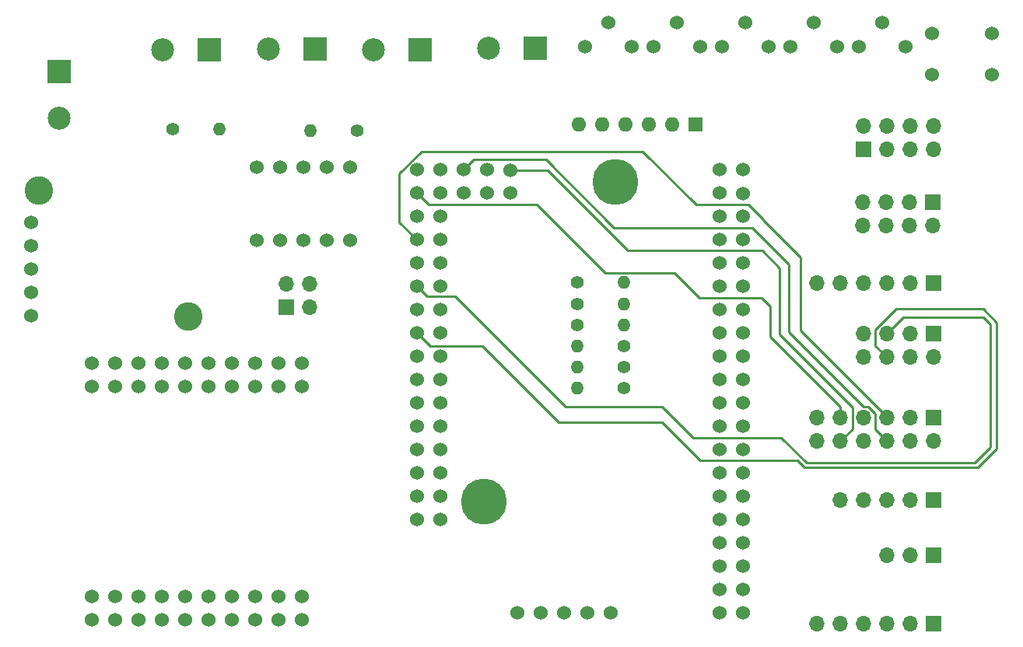
<source format=gbr>
%TF.GenerationSoftware,KiCad,Pcbnew,(6.0.0-0)*%
%TF.CreationDate,2022-02-03T16:23:35-05:00*%
%TF.ProjectId,LED_Controller_Without_Level_Shifter,4c45445f-436f-46e7-9472-6f6c6c65725f,1.0*%
%TF.SameCoordinates,Original*%
%TF.FileFunction,Copper,L3,Inr*%
%TF.FilePolarity,Positive*%
%FSLAX46Y46*%
G04 Gerber Fmt 4.6, Leading zero omitted, Abs format (unit mm)*
G04 Created by KiCad (PCBNEW (6.0.0-0)) date 2022-02-03 16:23:35*
%MOMM*%
%LPD*%
G01*
G04 APERTURE LIST*
%TA.AperFunction,ComponentPad*%
%ADD10R,2.500000X2.500000*%
%TD*%
%TA.AperFunction,ComponentPad*%
%ADD11C,2.500000*%
%TD*%
%TA.AperFunction,ComponentPad*%
%ADD12R,1.700000X1.700000*%
%TD*%
%TA.AperFunction,ComponentPad*%
%ADD13O,1.700000X1.700000*%
%TD*%
%TA.AperFunction,ComponentPad*%
%ADD14C,1.400000*%
%TD*%
%TA.AperFunction,ComponentPad*%
%ADD15O,1.400000X1.400000*%
%TD*%
%TA.AperFunction,ComponentPad*%
%ADD16R,1.600000X1.600000*%
%TD*%
%TA.AperFunction,ComponentPad*%
%ADD17O,1.600000X1.600000*%
%TD*%
%TA.AperFunction,ComponentPad*%
%ADD18C,1.524000*%
%TD*%
%TA.AperFunction,ComponentPad*%
%ADD19C,3.100000*%
%TD*%
%TA.AperFunction,ComponentPad*%
%ADD20C,5.000000*%
%TD*%
%TA.AperFunction,Conductor*%
%ADD21C,0.250000*%
%TD*%
G04 APERTURE END LIST*
D10*
%TO.N,GND*%
%TO.C,J1*%
X93790000Y-70645000D03*
D11*
%TO.N,+12V*%
X93790000Y-75725000D03*
%TD*%
D10*
%TO.N,GND*%
%TO.C,J2*%
X110180000Y-68280000D03*
D11*
%TO.N,+5V*%
X105100000Y-68280000D03*
%TD*%
D10*
%TO.N,GND*%
%TO.C,J3*%
X133045000Y-68280000D03*
D11*
%TO.N,+5V*%
X127965000Y-68280000D03*
%TD*%
D10*
%TO.N,GND*%
%TO.C,J4*%
X121615000Y-68254000D03*
D11*
%TO.N,+5V*%
X116535000Y-68254000D03*
%TD*%
D12*
%TO.N,GND*%
%TO.C,J5*%
X188930000Y-99250000D03*
D13*
X188930000Y-101790000D03*
%TO.N,+5V*%
X186390000Y-99250000D03*
X186390000Y-101790000D03*
%TO.N,LDP_CLOCK*%
X183850000Y-99250000D03*
%TO.N,MAINT_CLOCK*%
X183850000Y-101790000D03*
%TO.N,/H-R1_LD*%
X181310000Y-99250000D03*
%TO.N,/H-R2-MD*%
X181310000Y-101790000D03*
%TD*%
D12*
%TO.N,GND*%
%TO.C,J6*%
X189000000Y-108380000D03*
D13*
X189000000Y-110920000D03*
%TO.N,+5V*%
X186460000Y-108380000D03*
X186460000Y-110920000D03*
%TO.N,CS1_CLOCK*%
X183920000Y-108380000D03*
%TO.N,VU1_CLOCK*%
X183920000Y-110920000D03*
%TO.N,/H-R3_C1D*%
X181380000Y-108380000D03*
%TO.N,/H-R4_V1D*%
X181380000Y-110920000D03*
%TO.N,CS2_CLOCK*%
X178840000Y-108380000D03*
%TO.N,VU2_CLOCK*%
X178840000Y-110920000D03*
%TO.N,/H-R5_C2D*%
X176300000Y-108380000D03*
%TO.N,/H-R6_V2D*%
X176300000Y-110920000D03*
%TD*%
D12*
%TO.N,GND*%
%TO.C,J7*%
X188976000Y-117334000D03*
D13*
%TO.N,+5V*%
X186436000Y-117334000D03*
%TO.N,DP_LOAD*%
X183896000Y-117334000D03*
%TO.N,DP_CLOCK*%
X181356000Y-117334000D03*
%TO.N,DP_DATA_IN*%
X178816000Y-117334000D03*
%TD*%
D12*
%TO.N,GND*%
%TO.C,J8*%
X188976000Y-130810000D03*
D13*
%TO.N,+5V*%
X186436000Y-130810000D03*
%TO.N,VU_STROBE*%
X183896000Y-130810000D03*
%TO.N,VU_RESET*%
X181356000Y-130810000D03*
%TO.N,SPECTRUM_LEFT*%
X178816000Y-130810000D03*
%TO.N,SPECTRUM_RIGHT*%
X176276000Y-130810000D03*
%TD*%
D12*
%TO.N,+5V*%
%TO.C,J9*%
X181320000Y-79145000D03*
D13*
X181320000Y-76605000D03*
%TO.N,GND*%
X183860000Y-79145000D03*
X183860000Y-76605000D03*
%TO.N,SCL*%
X186400000Y-79145000D03*
X186400000Y-76605000D03*
%TO.N,SDA*%
X188940000Y-79145000D03*
X188940000Y-76605000D03*
%TD*%
D12*
%TO.N,GND*%
%TO.C,J10*%
X188920000Y-84885000D03*
D13*
X188920000Y-87425000D03*
%TO.N,+5V*%
X186380000Y-84885000D03*
X186380000Y-87425000D03*
%TO.N,TX1*%
X183840000Y-84885000D03*
%TO.N,TX0*%
X183840000Y-87425000D03*
%TO.N,RX1*%
X181300000Y-84885000D03*
%TO.N,RX0*%
X181300000Y-87425000D03*
%TD*%
D12*
%TO.N,GND*%
%TO.C,J11*%
X188951000Y-93751000D03*
D13*
%TO.N,OE*%
X186411000Y-93751000D03*
%TO.N,SCL*%
X183871000Y-93751000D03*
%TO.N,SDA*%
X181331000Y-93751000D03*
%TO.N,+5V*%
X178791000Y-93751000D03*
X176251000Y-93751000D03*
%TD*%
D14*
%TO.N,/H-R2-MD*%
%TO.C,R2*%
X155290000Y-102822000D03*
D15*
%TO.N,MAINT_DATA*%
X150210000Y-102822000D03*
%TD*%
D14*
%TO.N,/H-R3_C1D*%
%TO.C,R3*%
X155290000Y-100534000D03*
D15*
%TO.N,CS1_DATA*%
X150210000Y-100534000D03*
%TD*%
D14*
%TO.N,CS2_DATA*%
%TO.C,R4*%
X150210000Y-98246000D03*
D15*
%TO.N,/H-R5_C2D*%
X155290000Y-98246000D03*
%TD*%
D14*
%TO.N,VU1_DATA*%
%TO.C,R5*%
X150210000Y-95958000D03*
D15*
%TO.N,/H-R4_V1D*%
X155290000Y-95958000D03*
%TD*%
D14*
%TO.N,VU2_DATA*%
%TO.C,R6*%
X150210000Y-93670000D03*
D15*
%TO.N,/H-R6_V2D*%
X155290000Y-93670000D03*
%TD*%
D16*
%TO.N,GND*%
%TO.C,RN1*%
X163068000Y-76454000D03*
D17*
%TO.N,JUMPER1*%
X160528000Y-76454000D03*
%TO.N,JUMPER2*%
X157988000Y-76454000D03*
%TO.N,JUMPER3*%
X155448000Y-76454000D03*
%TO.N,JUMPER4*%
X152908000Y-76454000D03*
%TO.N,JUMPER5*%
X150368000Y-76454000D03*
%TD*%
D18*
%TO.N,unconnected-(U1-Pad0)*%
%TO.C,U1*%
X90780000Y-87130000D03*
%TO.N,+12V*%
X90780000Y-89670000D03*
%TO.N,GND*%
X90780000Y-92210000D03*
%TO.N,N/C*%
X90780000Y-94750000D03*
%TO.N,GND*%
X90780000Y-97290000D03*
D19*
%TO.N,+5V*%
X91610000Y-83600000D03*
%TO.N,N/C*%
X107838800Y-97361200D03*
%TD*%
D18*
%TO.N,unconnected-(U2-Pad0)*%
%TO.C,U2*%
X105015400Y-130406600D03*
%TO.N,unconnected-(U2-Pad1)*%
X120205400Y-127866600D03*
%TO.N,unconnected-(U2-Pad2)*%
X102475400Y-130406600D03*
%TO.N,unconnected-(U2-Pad3)*%
X117715400Y-127866600D03*
%TO.N,unconnected-(U2-Pad4)*%
X107555400Y-130406600D03*
%TO.N,unconnected-(U2-Pad5)*%
X105015400Y-105000600D03*
%TO.N,unconnected-(U2-Pad18)*%
X112635400Y-105000600D03*
%TO.N,unconnected-(U2-Pad19)*%
X110095400Y-105000600D03*
%TO.N,unconnected-(U2-Pad21)*%
X112635400Y-127866600D03*
%TO.N,unconnected-(U2-Pad22)*%
X115175400Y-127866600D03*
%TO.N,unconnected-(U2-Pad23)*%
X107555400Y-105000600D03*
%TO.N,unconnected-(U2-Pad25)*%
X107555400Y-127866600D03*
%TO.N,unconnected-(U2-Pad26)*%
X115175400Y-105000600D03*
%TO.N,unconnected-(U2-Pad27)*%
X110095400Y-127866600D03*
%TO.N,unconnected-(U2-Pad32)*%
X112635400Y-130406600D03*
%TO.N,unconnected-(U2-Pad33)*%
X110095400Y-102460600D03*
%TO.N,unconnected-(U2-Pad34)*%
X107555400Y-102460600D03*
%TO.N,unconnected-(U2-Pad35)*%
X112635400Y-102460600D03*
%TO.N,unconnected-(U2-Pad39)*%
X115175400Y-102460600D03*
%TO.N,GND*%
X105015400Y-127866600D03*
X120255400Y-130406600D03*
X120255400Y-102460600D03*
%TO.N,+5V*%
X102475400Y-127866600D03*
%TO.N,3.3V*%
X102475400Y-105000600D03*
%TO.N,unconnected-(U2-Pad80)*%
X99935400Y-127866600D03*
%TO.N,unconnected-(U2-Pad81)*%
X97395400Y-127866600D03*
%TO.N,unconnected-(U2-Pad82)*%
X110095400Y-130406600D03*
%TO.N,unconnected-(U2-Pad83)*%
X99935400Y-130406600D03*
%TO.N,unconnected-(U2-Pad84)*%
X97395400Y-130406600D03*
%TO.N,unconnected-(U2-Pad85)*%
X120255400Y-105000600D03*
%TO.N,unconnected-(U2-Pad86)*%
X117715400Y-105000600D03*
%TO.N,unconnected-(U2-Pad87)*%
X99935400Y-105000600D03*
%TO.N,unconnected-(U2-Pad88)*%
X97395400Y-105000600D03*
%TO.N,unconnected-(U2-Pad89)*%
X117715400Y-102460600D03*
%TO.N,unconnected-(U2-Pad90)*%
X105015400Y-102460600D03*
%TO.N,unconnected-(U2-Pad91)*%
X102475400Y-102460600D03*
%TO.N,unconnected-(U2-Pad92)*%
X99935400Y-102460600D03*
%TO.N,unconnected-(U2-Pad93)*%
X97395400Y-102460600D03*
%TO.N,ESP_LOGIC_RX*%
X115175400Y-130406600D03*
%TO.N,ESP_LOGIC_TX*%
X117715400Y-130406600D03*
%TD*%
D14*
%TO.N,/H-R1_LD*%
%TO.C,R1*%
X155290000Y-105110000D03*
D15*
%TO.N,LDP_DATA*%
X150210000Y-105110000D03*
%TD*%
D18*
%TO.N,JUMPER5*%
%TO.C,SW1*%
X125476000Y-89091000D03*
%TO.N,JUMPER4*%
X122936000Y-89091000D03*
%TO.N,JUMPER3*%
X120396000Y-89091000D03*
%TO.N,JUMPER2*%
X117856000Y-89091000D03*
%TO.N,JUMPER1*%
X115316000Y-89091000D03*
%TO.N,+5V*%
X115316000Y-81089000D03*
X117856000Y-81089000D03*
X120396000Y-81089000D03*
X122936000Y-81089000D03*
X125476000Y-81089000D03*
%TD*%
%TO.N,GND*%
%TO.C,SW2*%
X188820000Y-71020000D03*
%TO.N,RESET*%
X188820000Y-66520000D03*
%TO.N,GND*%
X195320000Y-71020000D03*
%TO.N,RESET*%
X195320000Y-66520000D03*
%TD*%
%TO.N,TX0*%
%TO.C,U4*%
X165710000Y-119470000D03*
%TO.N,RX0*%
X168250000Y-119470000D03*
%TO.N,OE*%
X165710000Y-116930000D03*
%TO.N,DP_DATA_IN*%
X168250000Y-116930000D03*
%TO.N,DP_CLOCK*%
X165710000Y-114390000D03*
%TO.N,DP_LOAD*%
X168250000Y-114390000D03*
%TO.N,unconnected-(U4-Pad6)*%
X165710000Y-111850000D03*
%TO.N,unconnected-(U4-Pad7)*%
X168250000Y-111850000D03*
%TO.N,unconnected-(U4-Pad8)*%
X165710000Y-109310000D03*
%TO.N,unconnected-(U4-Pad9)*%
X168250000Y-109310000D03*
%TO.N,unconnected-(U4-Pad10)*%
X165710000Y-106770000D03*
%TO.N,unconnected-(U4-Pad11)*%
X168250000Y-106770000D03*
%TO.N,VU_STROBE*%
X165710000Y-104230000D03*
%TO.N,VU_RESET*%
X168250000Y-104230000D03*
%TO.N,unconnected-(U4-Pad14)*%
X165710000Y-101690000D03*
%TO.N,unconnected-(U4-Pad15)*%
X168250000Y-101690000D03*
%TO.N,LOGIC_2560_RX*%
X165710000Y-99150000D03*
%TO.N,LOGIC_2560_TX*%
X168250000Y-99150000D03*
%TO.N,TX1*%
X165710000Y-96610000D03*
%TO.N,RX1*%
X168250000Y-96610000D03*
%TO.N,SDA*%
X165710000Y-94070000D03*
%TO.N,SCL*%
X168250000Y-94070000D03*
%TO.N,unconnected-(U4-Pad22)*%
X165710000Y-91530000D03*
%TO.N,unconnected-(U4-Pad23)*%
X168250000Y-91530000D03*
%TO.N,unconnected-(U4-Pad24)*%
X165710000Y-88990000D03*
%TO.N,N/C*%
X168250000Y-129630000D03*
X168250000Y-127090000D03*
D20*
X140020000Y-117490000D03*
X154300000Y-82720000D03*
D18*
%TO.N,unconnected-(U4-Pad25)*%
X168250000Y-88990000D03*
%TO.N,unconnected-(U4-Pad26)*%
X165710000Y-86450000D03*
%TO.N,unconnected-(U4-Pad27)*%
X168250000Y-86450000D03*
%TO.N,unconnected-(U4-Pad28)*%
X165710000Y-83910000D03*
%TO.N,unconnected-(U4-Pad29)*%
X168250000Y-83964000D03*
%TO.N,MAINT_DATA*%
X165710000Y-81370000D03*
%TO.N,unconnected-(U4-Pad31)*%
X168250000Y-81370000D03*
%TO.N,MAINT_CLOCK*%
X132760000Y-99150000D03*
%TO.N,unconnected-(U4-Pad33)*%
X135300000Y-99150000D03*
%TO.N,LDP_DATA*%
X132760000Y-96610000D03*
%TO.N,unconnected-(U4-Pad35)*%
X135300000Y-96610000D03*
%TO.N,LDP_CLOCK*%
X132760000Y-94070000D03*
%TO.N,unconnected-(U4-Pad37)*%
X135300000Y-94070000D03*
%TO.N,CS1_DATA*%
X132760000Y-91530000D03*
%TO.N,unconnected-(U4-Pad39)*%
X135300000Y-91530000D03*
%TO.N,CS1_CLOCK*%
X132760000Y-88990000D03*
%TO.N,unconnected-(U4-Pad41)*%
X135300000Y-88990000D03*
%TO.N,CS2_DATA*%
X132760000Y-86450000D03*
%TO.N,unconnected-(U4-Pad43)*%
X135300000Y-86450000D03*
%TO.N,CS2_CLOCK*%
X132760000Y-83910000D03*
%TO.N,JUMPER5*%
X135300000Y-83910000D03*
%TO.N,VU1_DATA*%
X132760000Y-81370000D03*
%TO.N,JUMPER4*%
X135300000Y-81370000D03*
%TO.N,VU1_CLOCK*%
X137840000Y-81370000D03*
%TO.N,JUMPER3*%
X137840000Y-83910000D03*
%TO.N,VU2_DATA*%
X140380000Y-81370000D03*
%TO.N,JUMPER2*%
X140380000Y-83910000D03*
%TO.N,VU2_CLOCK*%
X142920000Y-81459000D03*
%TO.N,JUMPER1*%
X142920000Y-83910000D03*
%TO.N,unconnected-(U4-Pad60)*%
X143710000Y-129630000D03*
%TO.N,GND*%
X165710000Y-127090000D03*
%TO.N,+5V*%
X165710000Y-129630000D03*
%TO.N,unconnected-(U4-Pad71)*%
X165710000Y-124550000D03*
%TO.N,unconnected-(U4-Pad72)*%
X168250000Y-124550000D03*
%TO.N,unconnected-(U4-Pad100)*%
X153870000Y-129630000D03*
%TO.N,unconnected-(U4-Pad101)*%
X151330000Y-129630000D03*
%TO.N,unconnected-(U4-Pad102)*%
X148790000Y-129630000D03*
%TO.N,unconnected-(U4-Pad103)*%
X146250000Y-129630000D03*
%TO.N,unconnected-(U4-Pad104)*%
X165710000Y-122010000D03*
%TO.N,RESET*%
X168250000Y-122010000D03*
%TO.N,SPECTRUM_LEFT*%
X132760000Y-119470000D03*
%TO.N,SPECTRUM_RIGHT*%
X135300000Y-119470000D03*
%TO.N,TRIM1*%
X132760000Y-116930000D03*
%TO.N,TRIM2*%
X135300000Y-116930000D03*
%TO.N,TRIM3*%
X132760000Y-114390000D03*
%TO.N,TRIM4*%
X135300000Y-114390000D03*
%TO.N,TRIM5*%
X132760000Y-111850000D03*
%TO.N,BATTERY_LEVEL*%
X135300000Y-111850000D03*
%TO.N,EXT_MIC*%
X132760000Y-109310000D03*
%TO.N,unconnected-(U4-Pad209)*%
X135300000Y-109310000D03*
%TO.N,unconnected-(U4-Pad210)*%
X132760000Y-106770000D03*
%TO.N,unconnected-(U4-Pad211)*%
X135300000Y-106770000D03*
%TO.N,unconnected-(U4-Pad212)*%
X132760000Y-104230000D03*
%TO.N,unconnected-(U4-Pad213)*%
X135300000Y-104230000D03*
%TO.N,unconnected-(U4-Pad214)*%
X132760000Y-101690000D03*
%TO.N,unconnected-(U4-Pad215)*%
X135300000Y-101690000D03*
%TD*%
%TO.N,GND*%
%TO.C,RV1*%
X156140000Y-67935000D03*
%TO.N,TRIM1*%
X153600000Y-65325000D03*
%TO.N,+5V*%
X151060000Y-67935000D03*
%TD*%
%TO.N,GND*%
%TO.C,RV2*%
X171015000Y-67935000D03*
%TO.N,TRIM3*%
X168475000Y-65325000D03*
%TO.N,+5V*%
X165935000Y-67935000D03*
%TD*%
%TO.N,GND*%
%TO.C,RV3*%
X185890000Y-67935000D03*
%TO.N,TRIM5*%
X183350000Y-65325000D03*
%TO.N,+5V*%
X180810000Y-67935000D03*
%TD*%
%TO.N,GND*%
%TO.C,RV4*%
X163577500Y-67935000D03*
%TO.N,TRIM2*%
X161037500Y-65325000D03*
%TO.N,+5V*%
X158497500Y-67935000D03*
%TD*%
%TO.N,GND*%
%TO.C,RV5*%
X178452500Y-67935000D03*
%TO.N,TRIM4*%
X175912500Y-65325000D03*
%TO.N,+5V*%
X173372500Y-67935000D03*
%TD*%
D12*
%TO.N,ESP_LOGIC_RX*%
%TO.C,J13*%
X118545000Y-96315000D03*
D13*
%TO.N,ESP_LOGIC_TX*%
X118545000Y-93775000D03*
%TO.N,LOGIC_2560_RX*%
X121085000Y-96315000D03*
%TO.N,LOGIC_2560_TX*%
X121085000Y-93775000D03*
%TD*%
D12*
%TO.N,GND*%
%TO.C,J13*%
X188975000Y-123340000D03*
D13*
%TO.N,+5V*%
X186435000Y-123340000D03*
%TO.N,EXT_MIC*%
X183895000Y-123340000D03*
%TD*%
D14*
%TO.N,BATTERY_LEVEL*%
%TO.C,R7*%
X106172000Y-76962000D03*
D15*
%TO.N,POS*%
X111252000Y-76962000D03*
%TD*%
D14*
%TO.N,NEG*%
%TO.C,R8*%
X126238000Y-77140000D03*
D15*
%TO.N,BATTERY_LEVEL*%
X121158000Y-77140000D03*
%TD*%
D10*
%TO.N,POS*%
%TO.C,J12*%
X145625000Y-68170000D03*
D11*
%TO.N,NEG*%
X140545000Y-68170000D03*
%TD*%
D21*
%TO.N,MAINT_CLOCK*%
X163606000Y-113060000D02*
X174170000Y-113060000D01*
X134213489Y-100603489D02*
X139853489Y-100603489D01*
X194360000Y-96520000D02*
X184918990Y-96520000D01*
X174920000Y-113810000D02*
X193780000Y-113810000D01*
X184918990Y-96520000D02*
X182610000Y-98828990D01*
X195834000Y-97994000D02*
X194360000Y-96520000D01*
X193780000Y-113810000D02*
X195834000Y-111756000D01*
X132760000Y-99150000D02*
X134213489Y-100603489D01*
X182610000Y-98828990D02*
X182610000Y-100550000D01*
X174170000Y-113060000D02*
X174920000Y-113810000D01*
X195834000Y-111756000D02*
X195834000Y-97994000D01*
X159436000Y-108890000D02*
X163606000Y-113060000D01*
X148140000Y-108890000D02*
X159436000Y-108890000D01*
X139853489Y-100603489D02*
X148140000Y-108890000D01*
X182610000Y-100550000D02*
X183850000Y-101790000D01*
%TO.N,LDP_CLOCK*%
X132760000Y-94070000D02*
X133846511Y-95156511D01*
X136896511Y-95156511D02*
X148930000Y-107190000D01*
X133846511Y-95156511D02*
X136896511Y-95156511D01*
X172410000Y-110530000D02*
X175140000Y-113260000D01*
X175140000Y-113260000D02*
X193490000Y-113260000D01*
X162765718Y-110530000D02*
X172410000Y-110530000D01*
X194390000Y-97470000D02*
X185630000Y-97470000D01*
X159425718Y-107190000D02*
X162765718Y-110530000D01*
X148930000Y-107190000D02*
X159425718Y-107190000D01*
X193490000Y-113260000D02*
X195130000Y-111620000D01*
X185630000Y-97470000D02*
X183850000Y-99250000D01*
X195130000Y-111620000D02*
X195130000Y-98210000D01*
X195130000Y-98210000D02*
X194390000Y-97470000D01*
%TO.N,VU1_CLOCK*%
X146803489Y-80283489D02*
X154190000Y-87670000D01*
X182630000Y-109630000D02*
X183920000Y-110920000D01*
X181373489Y-107205489D02*
X181866499Y-107205489D01*
X181866499Y-107205489D02*
X182630000Y-107968990D01*
X173228000Y-91694000D02*
X173228000Y-99060000D01*
X182630000Y-107968990D02*
X182630000Y-109630000D01*
X169204000Y-87670000D02*
X173228000Y-91694000D01*
X138926511Y-80283489D02*
X146803489Y-80283489D01*
X173228000Y-99060000D02*
X181373489Y-107205489D01*
X154190000Y-87670000D02*
X169204000Y-87670000D01*
X137840000Y-81370000D02*
X138926511Y-80283489D01*
%TO.N,VU2_CLOCK*%
X147009000Y-81459000D02*
X155730000Y-90180000D01*
X170300000Y-90180000D02*
X172212000Y-92092000D01*
X172212000Y-92092000D02*
X172212000Y-99314000D01*
X180120000Y-109640000D02*
X178840000Y-110920000D01*
X172212000Y-99314000D02*
X180120000Y-107222000D01*
X180120000Y-107222000D02*
X180120000Y-109640000D01*
X142920000Y-81459000D02*
X147009000Y-81459000D01*
X155730000Y-90180000D02*
X170300000Y-90180000D01*
%TO.N,CS2_CLOCK*%
X134050000Y-85200000D02*
X145800000Y-85200000D01*
X145800000Y-85200000D02*
X153216511Y-92616511D01*
X153216511Y-92616511D02*
X160746511Y-92616511D01*
X171196000Y-99568000D02*
X178840000Y-107212000D01*
X163470000Y-95340000D02*
X170270000Y-95340000D01*
X132760000Y-83910000D02*
X134050000Y-85200000D01*
X160746511Y-92616511D02*
X163470000Y-95340000D01*
X170270000Y-95340000D02*
X171196000Y-96266000D01*
X171196000Y-96266000D02*
X171196000Y-99568000D01*
X178840000Y-107212000D02*
X178840000Y-108380000D01*
%TO.N,CS1_CLOCK*%
X133223440Y-79370000D02*
X157330000Y-79370000D01*
X174470000Y-98850000D02*
X183920000Y-108300000D01*
X183920000Y-108300000D02*
X183920000Y-108380000D01*
X130840000Y-81753440D02*
X133223440Y-79370000D01*
X132760000Y-88990000D02*
X130840000Y-87070000D01*
X174470000Y-90904000D02*
X174470000Y-98850000D01*
X130840000Y-87070000D02*
X130840000Y-81753440D01*
X157330000Y-79370000D02*
X163130000Y-85170000D01*
X170434000Y-86784000D02*
X170434000Y-86868000D01*
X170434000Y-86868000D02*
X174470000Y-90904000D01*
X163130000Y-85170000D02*
X168820000Y-85170000D01*
X168820000Y-85170000D02*
X170434000Y-86784000D01*
%TD*%
M02*

</source>
